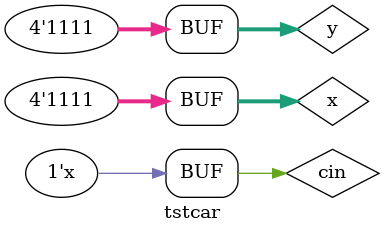
<source format=v>
module carry_add (x,y,cin,S,cout);
	input [3:0] x,y;
	input cin;
	output [3:0] S  ;
	output cout;
	wire [3:0] G,P;
	wire [3:0] F; 
	or (C[0],cin,1'b0);
	wire [4:0] C;	  

	genvar i;
	generate 
	for (i=0;i<=3;i=i+1)
		begin: mohammad
			and #7ns (G[i],x[i],y[i]);
			xor #11ns (P[i],x[i],y[i]);
		and #7ns (F[i],C[i],P[i]);
   	    or #7ns (C[i+1],F[i],G[i]);  
		 xor #11ns (S[i],P[i],C[i]);
			end
		endgenerate		  
  	 or (cout,C[4],1'b0);
		 endmodule
		 
		 
		  	 module tstcar ();
			   reg [3:0] x,y;
			   reg cin;
			   wire [3:0] S;
			   wire cout;
			   carry_add ca(x,y,cin,S,cout);
			   initial
				   
				   begin 
					 
					     
			 {x[0],x[1],x[2],x[3],y[0],y[1],y[2],y[3],cin} =9'b000000000;
			repeat (15)	 
			  begin
			#50ns 	{x[0],x[1],x[2],x[3]} = {x[0],x[1],x[2],x[3]}  +  4'b0001 ;	
			
		#50ns 	{y[0],y[1],y[2],y[3]} = {y[0],y[1],y[2],y[3]}  +  4'b0001 ;	
			 end
		   end
		   always #100ns cin=cin+1;
			   endmodule
		 
			   
		 
</source>
